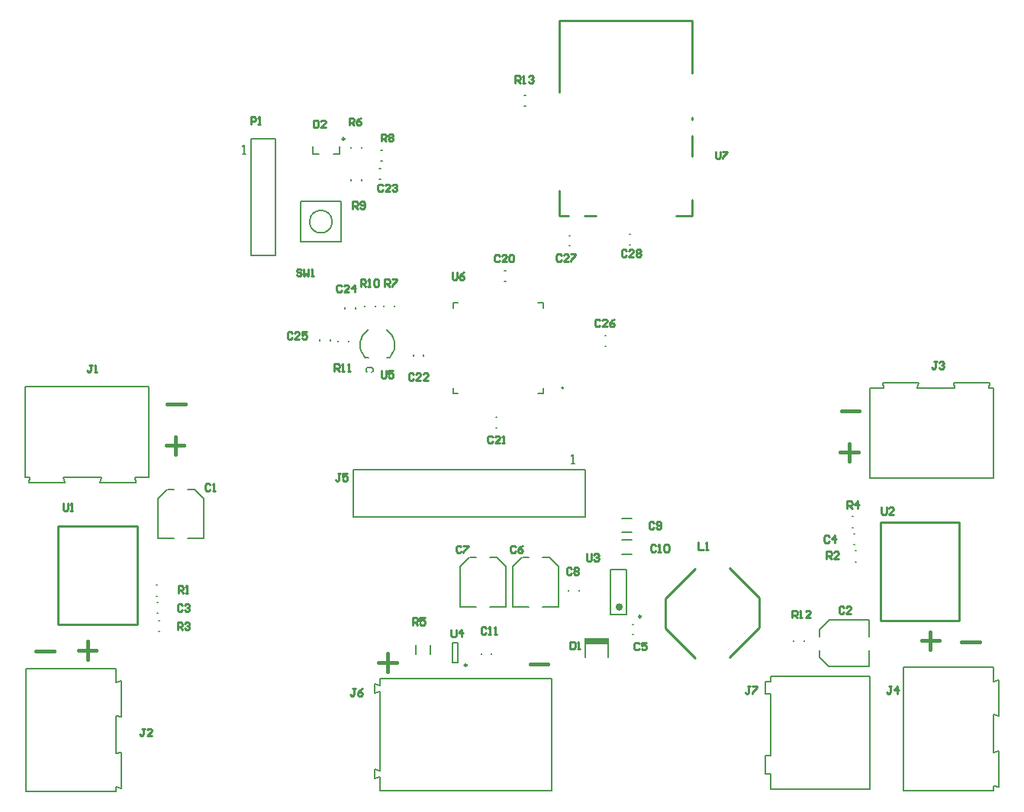
<source format=gbr>
%TF.GenerationSoftware,Altium Limited,Altium Designer,18.1.9 (240)*%
G04 Layer_Color=65535*
%FSLAX43Y43*%
%MOMM*%
%TF.FileFunction,Legend,Top*%
%TF.Part,Single*%
G01*
G75*
%TA.AperFunction,NonConductor*%
%ADD36C,0.254*%
%ADD52C,0.127*%
%ADD53C,0.250*%
%ADD54C,0.200*%
%ADD55C,0.400*%
%ADD56C,0.203*%
%ADD57C,0.152*%
G36*
X65627Y17836D02*
Y17161D01*
X63177D01*
Y17836D01*
X65627D01*
D02*
G37*
D36*
X4659Y19362D02*
X13419D01*
X4659Y30284D02*
X13419D01*
X4659Y19364D02*
Y30284D01*
X13419Y19364D02*
Y30284D01*
X75035Y75391D02*
Y75645D01*
X60303Y78439D02*
Y86443D01*
X75033D01*
Y80598D02*
Y86443D01*
Y73613D02*
X75035Y71327D01*
X75033Y64723D02*
Y66501D01*
X73257Y64723D02*
X75035D01*
X63097D02*
X64367D01*
X60303D02*
Y67517D01*
Y64723D02*
X61319D01*
X72009Y18919D02*
Y22221D01*
Y18919D02*
X75311Y15617D01*
X72009Y22221D02*
X75311Y25523D01*
X79121Y25650D02*
X82423Y22348D01*
X79121Y15744D02*
X82423Y19046D01*
Y22348D01*
X95888Y19754D02*
Y30674D01*
X104648Y19754D02*
Y30674D01*
X95888Y19754D02*
X104648D01*
X95888Y30676D02*
X104648D01*
X64770Y53092D02*
X64636Y53225D01*
X64370D01*
X64237Y53092D01*
Y52559D01*
X64370Y52426D01*
X64636D01*
X64770Y52559D01*
X65570Y52426D02*
X65036D01*
X65570Y52959D01*
Y53092D01*
X65436Y53225D01*
X65170D01*
X65036Y53092D01*
X66369Y53225D02*
X66103Y53092D01*
X65836Y52825D01*
Y52559D01*
X65969Y52426D01*
X66236D01*
X66369Y52559D01*
Y52692D01*
X66236Y52825D01*
X65836D01*
X77597Y71884D02*
Y71217D01*
X77730Y71084D01*
X77997D01*
X78130Y71217D01*
Y71884D01*
X78397D02*
X78930D01*
Y71751D01*
X78397Y71217D01*
Y71084D01*
X40513Y47536D02*
Y46869D01*
X40646Y46736D01*
X40913D01*
X41046Y46869D01*
Y47536D01*
X41846D02*
X41313D01*
Y47136D01*
X41579Y47269D01*
X41713D01*
X41846Y47136D01*
Y46869D01*
X41713Y46736D01*
X41446D01*
X41313Y46869D01*
X61468Y17437D02*
Y16637D01*
X61868D01*
X62001Y16770D01*
Y17303D01*
X61868Y17437D01*
X61468D01*
X62268Y16637D02*
X62534D01*
X62401D01*
Y17437D01*
X62268Y17303D01*
X48260Y18786D02*
Y18119D01*
X48393Y17986D01*
X48660D01*
X48793Y18119D01*
Y18786D01*
X49460Y17986D02*
Y18786D01*
X49060Y18386D01*
X49593D01*
X37617Y12230D02*
X37351D01*
X37484D01*
Y11563D01*
X37351Y11430D01*
X37217D01*
X37084Y11563D01*
X38417Y12230D02*
X38150Y12096D01*
X37884Y11830D01*
Y11563D01*
X38017Y11430D01*
X38284D01*
X38417Y11563D01*
Y11697D01*
X38284Y11830D01*
X37884D01*
X35966Y36106D02*
X35700D01*
X35833D01*
Y35439D01*
X35700Y35306D01*
X35566D01*
X35433Y35439D01*
X36766Y36106D02*
X36233D01*
Y35706D01*
X36499Y35839D01*
X36633D01*
X36766Y35706D01*
Y35439D01*
X36633Y35306D01*
X36366D01*
X36233Y35439D01*
X75692Y28486D02*
Y27686D01*
X76225D01*
X76492D02*
X76758D01*
X76625D01*
Y28486D01*
X76492Y28352D01*
X48387Y58458D02*
Y57791D01*
X48520Y57658D01*
X48787D01*
X48920Y57791D01*
Y58458D01*
X49720D02*
X49453Y58324D01*
X49187Y58058D01*
Y57791D01*
X49320Y57658D01*
X49587D01*
X49720Y57791D01*
Y57925D01*
X49587Y58058D01*
X49187D01*
X63297Y27216D02*
Y26549D01*
X63430Y26416D01*
X63697D01*
X63830Y26549D01*
Y27216D01*
X64097Y27082D02*
X64230Y27216D01*
X64497D01*
X64630Y27082D01*
Y26949D01*
X64497Y26816D01*
X64363D01*
X64497D01*
X64630Y26683D01*
Y26549D01*
X64497Y26416D01*
X64230D01*
X64097Y26549D01*
X96012Y32372D02*
Y31705D01*
X96145Y31572D01*
X96412D01*
X96545Y31705D01*
Y32372D01*
X97345Y31572D02*
X96812D01*
X97345Y32105D01*
Y32239D01*
X97212Y32372D01*
X96945D01*
X96812Y32239D01*
X5207Y32804D02*
Y32137D01*
X5340Y32004D01*
X5607D01*
X5740Y32137D01*
Y32804D01*
X6007Y32004D02*
X6273D01*
X6140D01*
Y32804D01*
X6007Y32670D01*
X31648Y58705D02*
X31515Y58839D01*
X31248D01*
X31115Y58705D01*
Y58572D01*
X31248Y58439D01*
X31515D01*
X31648Y58306D01*
Y58172D01*
X31515Y58039D01*
X31248D01*
X31115Y58172D01*
X31915Y58839D02*
Y58039D01*
X32181Y58306D01*
X32448Y58039D01*
Y58839D01*
X32714Y58039D02*
X32981D01*
X32848D01*
Y58839D01*
X32714Y58705D01*
X55372Y79502D02*
Y80302D01*
X55772D01*
X55905Y80168D01*
Y79902D01*
X55772Y79769D01*
X55372D01*
X55639D02*
X55905Y79502D01*
X56172D02*
X56438D01*
X56305D01*
Y80302D01*
X56172Y80168D01*
X56838D02*
X56971Y80302D01*
X57238D01*
X57371Y80168D01*
Y80035D01*
X57238Y79902D01*
X57105D01*
X57238D01*
X57371Y79769D01*
Y79635D01*
X57238Y79502D01*
X56971D01*
X56838Y79635D01*
X86106Y20091D02*
Y20891D01*
X86506D01*
X86639Y20758D01*
Y20491D01*
X86506Y20358D01*
X86106D01*
X86373D02*
X86639Y20091D01*
X86906D02*
X87172D01*
X87039D01*
Y20891D01*
X86906Y20758D01*
X88105Y20091D02*
X87572D01*
X88105Y20625D01*
Y20758D01*
X87972Y20891D01*
X87705D01*
X87572Y20758D01*
X35306Y47498D02*
Y48298D01*
X35706D01*
X35839Y48164D01*
Y47898D01*
X35706Y47765D01*
X35306D01*
X35573D02*
X35839Y47498D01*
X36106D02*
X36372D01*
X36239D01*
Y48298D01*
X36106Y48164D01*
X36772Y47498D02*
X37039D01*
X36905D01*
Y48298D01*
X36772Y48164D01*
X38227Y56896D02*
Y57696D01*
X38627D01*
X38760Y57562D01*
Y57296D01*
X38627Y57163D01*
X38227D01*
X38494D02*
X38760Y56896D01*
X39027D02*
X39293D01*
X39160D01*
Y57696D01*
X39027Y57562D01*
X39693D02*
X39826Y57696D01*
X40093D01*
X40226Y57562D01*
Y57029D01*
X40093Y56896D01*
X39826D01*
X39693Y57029D01*
Y57562D01*
X37338Y65532D02*
Y66332D01*
X37738D01*
X37871Y66198D01*
Y65932D01*
X37738Y65799D01*
X37338D01*
X37605D02*
X37871Y65532D01*
X38138Y65665D02*
X38271Y65532D01*
X38538D01*
X38671Y65665D01*
Y66198D01*
X38538Y66332D01*
X38271D01*
X38138Y66198D01*
Y66065D01*
X38271Y65932D01*
X38671D01*
X40513Y73025D02*
Y73825D01*
X40913D01*
X41046Y73691D01*
Y73425D01*
X40913Y73292D01*
X40513D01*
X40780D02*
X41046Y73025D01*
X41313Y73691D02*
X41446Y73825D01*
X41713D01*
X41846Y73691D01*
Y73558D01*
X41713Y73425D01*
X41846Y73292D01*
Y73158D01*
X41713Y73025D01*
X41446D01*
X41313Y73158D01*
Y73292D01*
X41446Y73425D01*
X41313Y73558D01*
Y73691D01*
X41446Y73425D02*
X41713D01*
X40894Y56896D02*
Y57696D01*
X41294D01*
X41427Y57562D01*
Y57296D01*
X41294Y57163D01*
X40894D01*
X41161D02*
X41427Y56896D01*
X41694Y57696D02*
X42227D01*
Y57562D01*
X41694Y57029D01*
Y56896D01*
X36957Y74803D02*
Y75603D01*
X37357D01*
X37490Y75469D01*
Y75203D01*
X37357Y75070D01*
X36957D01*
X37224D02*
X37490Y74803D01*
X38290Y75603D02*
X38023Y75469D01*
X37757Y75203D01*
Y74936D01*
X37890Y74803D01*
X38157D01*
X38290Y74936D01*
Y75070D01*
X38157Y75203D01*
X37757D01*
X43997Y19304D02*
Y20104D01*
X44397D01*
X44530Y19970D01*
Y19704D01*
X44397Y19571D01*
X43997D01*
X44264D02*
X44530Y19304D01*
X45330Y20104D02*
X44797D01*
Y19704D01*
X45063Y19837D01*
X45197D01*
X45330Y19704D01*
Y19437D01*
X45197Y19304D01*
X44930D01*
X44797Y19437D01*
X92207Y32258D02*
Y33058D01*
X92607D01*
X92740Y32924D01*
Y32658D01*
X92607Y32525D01*
X92207D01*
X92474D02*
X92740Y32258D01*
X93407D02*
Y33058D01*
X93007Y32658D01*
X93540D01*
X17907Y18796D02*
Y19596D01*
X18307D01*
X18440Y19462D01*
Y19196D01*
X18307Y19063D01*
X17907D01*
X18174D02*
X18440Y18796D01*
X18707Y19462D02*
X18840Y19596D01*
X19107D01*
X19240Y19462D01*
Y19329D01*
X19107Y19196D01*
X18973D01*
X19107D01*
X19240Y19063D01*
Y18929D01*
X19107Y18796D01*
X18840D01*
X18707Y18929D01*
X89916Y26670D02*
Y27470D01*
X90316D01*
X90449Y27336D01*
Y27070D01*
X90316Y26937D01*
X89916D01*
X90183D02*
X90449Y26670D01*
X91249D02*
X90716D01*
X91249Y27203D01*
Y27336D01*
X91116Y27470D01*
X90849D01*
X90716Y27336D01*
X17994Y22860D02*
Y23660D01*
X18394D01*
X18527Y23526D01*
Y23260D01*
X18394Y23127D01*
X17994D01*
X18261D02*
X18527Y22860D01*
X18794D02*
X19060D01*
X18927D01*
Y23660D01*
X18794Y23526D01*
X26035Y74930D02*
Y75730D01*
X26435D01*
X26568Y75596D01*
Y75330D01*
X26435Y75197D01*
X26035D01*
X26835Y74930D02*
X27101D01*
X26968D01*
Y75730D01*
X26835Y75596D01*
X81432Y12484D02*
X81166D01*
X81299D01*
Y11817D01*
X81166Y11684D01*
X81032D01*
X80899Y11817D01*
X81699Y12484D02*
X82232D01*
Y12350D01*
X81699Y11817D01*
Y11684D01*
X97128Y12484D02*
X96861D01*
X96994D01*
Y11817D01*
X96861Y11684D01*
X96728D01*
X96595Y11817D01*
X97794Y11684D02*
Y12484D01*
X97394Y12084D01*
X97927D01*
X102133Y48552D02*
X101867D01*
X102000D01*
Y47885D01*
X101867Y47752D01*
X101733D01*
X101600Y47885D01*
X102400Y48418D02*
X102533Y48552D01*
X102800D01*
X102933Y48418D01*
Y48285D01*
X102800Y48152D01*
X102666D01*
X102800D01*
X102933Y48019D01*
Y47885D01*
X102800Y47752D01*
X102533D01*
X102400Y47885D01*
X14249Y7785D02*
X13983D01*
X14116D01*
Y7118D01*
X13983Y6985D01*
X13849D01*
X13716Y7118D01*
X15049Y6985D02*
X14516D01*
X15049Y7518D01*
Y7651D01*
X14916Y7785D01*
X14649D01*
X14516Y7651D01*
X8407Y48171D02*
X8141D01*
X8274D01*
Y47504D01*
X8141Y47371D01*
X8007D01*
X7874Y47504D01*
X8674Y47371D02*
X8940D01*
X8807D01*
Y48171D01*
X8674Y48037D01*
X33004Y75349D02*
Y74549D01*
X33404D01*
X33537Y74682D01*
Y75215D01*
X33404Y75349D01*
X33004D01*
X34337Y74549D02*
X33804D01*
X34337Y75082D01*
Y75215D01*
X34204Y75349D01*
X33937D01*
X33804Y75215D01*
X67716Y60864D02*
X67583Y60998D01*
X67316D01*
X67183Y60864D01*
Y60331D01*
X67316Y60198D01*
X67583D01*
X67716Y60331D01*
X68516Y60198D02*
X67983D01*
X68516Y60731D01*
Y60864D01*
X68383Y60998D01*
X68116D01*
X67983Y60864D01*
X68782D02*
X68916Y60998D01*
X69182D01*
X69316Y60864D01*
Y60731D01*
X69182Y60598D01*
X69316Y60465D01*
Y60331D01*
X69182Y60198D01*
X68916D01*
X68782Y60331D01*
Y60465D01*
X68916Y60598D01*
X68782Y60731D01*
Y60864D01*
X68916Y60598D02*
X69182D01*
X60477Y60356D02*
X60344Y60490D01*
X60077D01*
X59944Y60356D01*
Y59823D01*
X60077Y59690D01*
X60344D01*
X60477Y59823D01*
X61277Y59690D02*
X60744D01*
X61277Y60223D01*
Y60356D01*
X61144Y60490D01*
X60877D01*
X60744Y60356D01*
X61543Y60490D02*
X62077D01*
Y60356D01*
X61543Y59823D01*
Y59690D01*
X30632Y51720D02*
X30499Y51854D01*
X30232D01*
X30099Y51720D01*
Y51187D01*
X30232Y51054D01*
X30499D01*
X30632Y51187D01*
X31432Y51054D02*
X30899D01*
X31432Y51587D01*
Y51720D01*
X31299Y51854D01*
X31032D01*
X30899Y51720D01*
X32232Y51854D02*
X31698D01*
Y51454D01*
X31965Y51587D01*
X32098D01*
X32232Y51454D01*
Y51187D01*
X32098Y51054D01*
X31832D01*
X31698Y51187D01*
X36093Y56927D02*
X35960Y57061D01*
X35693D01*
X35560Y56927D01*
Y56394D01*
X35693Y56261D01*
X35960D01*
X36093Y56394D01*
X36893Y56261D02*
X36360D01*
X36893Y56794D01*
Y56927D01*
X36760Y57061D01*
X36493D01*
X36360Y56927D01*
X37559Y56261D02*
Y57061D01*
X37159Y56661D01*
X37693D01*
X40665Y68103D02*
X40532Y68237D01*
X40265D01*
X40132Y68103D01*
Y67570D01*
X40265Y67437D01*
X40532D01*
X40665Y67570D01*
X41465Y67437D02*
X40932D01*
X41465Y67970D01*
Y68103D01*
X41332Y68237D01*
X41065D01*
X40932Y68103D01*
X41731D02*
X41865Y68237D01*
X42131D01*
X42265Y68103D01*
Y67970D01*
X42131Y67837D01*
X41998D01*
X42131D01*
X42265Y67704D01*
Y67570D01*
X42131Y67437D01*
X41865D01*
X41731Y67570D01*
X44094Y47148D02*
X43961Y47282D01*
X43694D01*
X43561Y47148D01*
Y46615D01*
X43694Y46482D01*
X43961D01*
X44094Y46615D01*
X44894Y46482D02*
X44361D01*
X44894Y47015D01*
Y47148D01*
X44761Y47282D01*
X44494D01*
X44361Y47148D01*
X45694Y46482D02*
X45160D01*
X45694Y47015D01*
Y47148D01*
X45560Y47282D01*
X45294D01*
X45160Y47148D01*
X52857Y40163D02*
X52724Y40297D01*
X52457D01*
X52324Y40163D01*
Y39630D01*
X52457Y39497D01*
X52724D01*
X52857Y39630D01*
X53657Y39497D02*
X53124D01*
X53657Y40030D01*
Y40163D01*
X53524Y40297D01*
X53257D01*
X53124Y40163D01*
X53923Y39497D02*
X54190D01*
X54057D01*
Y40297D01*
X53923Y40163D01*
X53619Y60280D02*
X53486Y60414D01*
X53219D01*
X53086Y60280D01*
Y59747D01*
X53219Y59614D01*
X53486D01*
X53619Y59747D01*
X54419Y59614D02*
X53886D01*
X54419Y60147D01*
Y60280D01*
X54286Y60414D01*
X54019D01*
X53886Y60280D01*
X54685D02*
X54819Y60414D01*
X55085D01*
X55219Y60280D01*
Y59747D01*
X55085Y59614D01*
X54819D01*
X54685Y59747D01*
Y60280D01*
X70959Y28098D02*
X70826Y28232D01*
X70559D01*
X70426Y28098D01*
Y27565D01*
X70559Y27432D01*
X70826D01*
X70959Y27565D01*
X71226Y27432D02*
X71492D01*
X71359D01*
Y28232D01*
X71226Y28098D01*
X71892D02*
X72025Y28232D01*
X72292D01*
X72425Y28098D01*
Y27565D01*
X72292Y27432D01*
X72025D01*
X71892Y27565D01*
Y28098D01*
X70764Y30638D02*
X70631Y30772D01*
X70364D01*
X70231Y30638D01*
Y30105D01*
X70364Y29972D01*
X70631D01*
X70764Y30105D01*
X71031D02*
X71164Y29972D01*
X71431D01*
X71564Y30105D01*
Y30638D01*
X71431Y30772D01*
X71164D01*
X71031Y30638D01*
Y30505D01*
X71164Y30372D01*
X71564D01*
X61620Y25558D02*
X61487Y25692D01*
X61220D01*
X61087Y25558D01*
Y25025D01*
X61220Y24892D01*
X61487D01*
X61620Y25025D01*
X61887Y25558D02*
X62020Y25692D01*
X62287D01*
X62420Y25558D01*
Y25425D01*
X62287Y25292D01*
X62420Y25159D01*
Y25025D01*
X62287Y24892D01*
X62020D01*
X61887Y25025D01*
Y25159D01*
X62020Y25292D01*
X61887Y25425D01*
Y25558D01*
X62020Y25292D02*
X62287D01*
X49371Y27971D02*
X49238Y28105D01*
X48971D01*
X48838Y27971D01*
Y27438D01*
X48971Y27305D01*
X49238D01*
X49371Y27438D01*
X49638Y28105D02*
X50171D01*
Y27971D01*
X49638Y27438D01*
Y27305D01*
X55397Y27971D02*
X55264Y28105D01*
X54997D01*
X54864Y27971D01*
Y27438D01*
X54997Y27305D01*
X55264D01*
X55397Y27438D01*
X56197Y28105D02*
X55930Y27971D01*
X55664Y27705D01*
Y27438D01*
X55797Y27305D01*
X56064D01*
X56197Y27438D01*
Y27572D01*
X56064Y27705D01*
X55664D01*
X91846Y21240D02*
X91713Y21374D01*
X91446D01*
X91313Y21240D01*
Y20707D01*
X91446Y20574D01*
X91713D01*
X91846Y20707D01*
X92646Y20574D02*
X92113D01*
X92646Y21107D01*
Y21240D01*
X92513Y21374D01*
X92246D01*
X92113Y21240D01*
X52121Y18929D02*
X51987Y19062D01*
X51721D01*
X51587Y18929D01*
Y18396D01*
X51721Y18263D01*
X51987D01*
X52121Y18396D01*
X52387Y18263D02*
X52654D01*
X52520D01*
Y19062D01*
X52387Y18929D01*
X53054Y18263D02*
X53320D01*
X53187D01*
Y19062D01*
X53054Y18929D01*
X21528Y34848D02*
X21395Y34982D01*
X21128D01*
X20995Y34848D01*
Y34315D01*
X21128Y34182D01*
X21395D01*
X21528Y34315D01*
X21795Y34182D02*
X22061D01*
X21928D01*
Y34982D01*
X21795Y34848D01*
X69113Y17207D02*
X68980Y17340D01*
X68713D01*
X68580Y17207D01*
Y16674D01*
X68713Y16541D01*
X68980D01*
X69113Y16674D01*
X69913Y17340D02*
X69380D01*
Y16941D01*
X69646Y17074D01*
X69780D01*
X69913Y16941D01*
Y16674D01*
X69780Y16541D01*
X69513D01*
X69380Y16674D01*
X90195Y29114D02*
X90062Y29248D01*
X89795D01*
X89662Y29114D01*
Y28581D01*
X89795Y28448D01*
X90062D01*
X90195Y28581D01*
X90862Y28448D02*
Y29248D01*
X90462Y28848D01*
X90995D01*
X18440Y21494D02*
X18307Y21628D01*
X18040D01*
X17907Y21494D01*
Y20961D01*
X18040Y20828D01*
X18307D01*
X18440Y20961D01*
X18707Y21494D02*
X18840Y21628D01*
X19107D01*
X19240Y21494D01*
Y21361D01*
X19107Y21228D01*
X18973D01*
X19107D01*
X19240Y21095D01*
Y20961D01*
X19107Y20828D01*
X18840D01*
X18707Y20961D01*
D52*
X35056Y64078D02*
G03*
X35056Y64078I-1250J0D01*
G01*
X31556Y61828D02*
X36056D01*
Y66328D01*
X31556D02*
X36056D01*
X31556Y61828D02*
Y66328D01*
X48455Y55038D02*
X48995D01*
X48455Y45038D02*
X48995D01*
X57915Y55038D02*
X58455D01*
X57915Y45038D02*
X58455D01*
X48455Y54498D02*
Y55038D01*
Y45038D02*
Y45578D01*
X58455Y54498D02*
Y55038D01*
Y45038D02*
Y45578D01*
D53*
X36442Y73263D02*
G03*
X36442Y73263I-125J0D01*
G01*
X49991Y14829D02*
G03*
X49991Y14829I-125J0D01*
G01*
X69327Y20232D02*
G03*
X69327Y20232I-125J0D01*
G01*
D54*
X39053Y52053D02*
G03*
X38696Y49013I1022J-1661D01*
G01*
X41518Y49080D02*
G03*
X41097Y52053I-1443J1312D01*
G01*
X60715Y45608D02*
G03*
X60715Y45608I-100J0D01*
G01*
X65355Y50263D02*
X65455D01*
X65355Y51413D02*
X65455D01*
X67165Y27140D02*
X68265D01*
X67165Y28740D02*
X68265D01*
X68369Y19371D02*
X68469D01*
X68369Y18221D02*
X68469D01*
X11096Y5030D02*
Y9230D01*
Y770D02*
Y1290D01*
Y5030D02*
X11696Y5150D01*
X11096Y1290D02*
X11696Y1170D01*
Y5150D01*
X11096Y12910D02*
Y14470D01*
Y12910D02*
X11696Y13060D01*
X11096Y9230D02*
X11696Y9080D01*
Y13060D01*
X1096Y770D02*
X11096D01*
X1096D02*
Y14470D01*
X11096D01*
X5269Y35727D02*
X9469D01*
X1009D02*
X1529D01*
X5269D02*
X5389Y35127D01*
X1409D02*
X1529Y35727D01*
X1409Y35127D02*
X5389D01*
X13149Y35727D02*
X14709D01*
X13149D02*
X13299Y35127D01*
X9319D02*
X9469Y35727D01*
X9319Y35127D02*
X13299D01*
X1009Y35727D02*
Y45727D01*
X14709D01*
Y35727D02*
Y45727D01*
X15741Y33339D02*
X15748Y33346D01*
X16764Y34362D01*
X16804Y34369D02*
X17526Y34366D01*
X19050D02*
X19772Y34369D01*
X19812Y34362D02*
X20828Y33346D01*
X20835Y33339D01*
X19050Y28901D02*
X20835D01*
Y33339D01*
X15741Y28901D02*
X17526D01*
X15741D02*
Y33339D01*
X32957Y71613D02*
X33617D01*
X32957D02*
Y72428D01*
X35217Y71613D02*
X35877D01*
Y72428D01*
X37143Y72283D02*
Y72383D01*
X38343Y72283D02*
Y72383D01*
X37143Y68661D02*
Y68761D01*
X38343Y68661D02*
Y68761D01*
X40487Y70844D02*
X40587D01*
X40487Y72044D02*
X40587D01*
X40322Y69987D02*
X40422D01*
X40322Y68837D02*
X40422D01*
X26087Y60302D02*
Y73302D01*
X28777D01*
Y60302D02*
Y73302D01*
X26087Y60302D02*
X28777D01*
X41433Y48995D02*
X41518Y49080D01*
X38696Y48995D02*
X39059D01*
X41091D02*
X41433D01*
X45222Y49188D02*
Y49288D01*
X44072Y49188D02*
Y49288D01*
X53233Y41208D02*
X53333D01*
X53233Y42358D02*
X53333D01*
X37442Y31309D02*
Y36539D01*
Y31309D02*
X63142D01*
X37442Y36539D02*
X63142D01*
Y31309D02*
Y36539D01*
X56399Y76947D02*
X56499D01*
X56399Y78147D02*
X56499D01*
X90170Y14732D02*
X90177Y14725D01*
X89154Y15748D02*
X90170Y14732D01*
X89147Y15788D02*
X89150Y16510D01*
X89147Y18756D02*
X89150Y18034D01*
X89154Y18796D02*
X90170Y19812D01*
X90177Y19819D01*
X94615Y18034D02*
Y19819D01*
X90177D02*
X94615D01*
Y14725D02*
Y16510D01*
X90177Y14725D02*
X94615D01*
X99958Y45600D02*
X104158D01*
X107898D02*
X108418D01*
X104038Y46200D02*
X104158Y45600D01*
X107898D02*
X108018Y46200D01*
X104038D02*
X108018D01*
X94718Y45600D02*
X96278D01*
X96128Y46200D02*
X96278Y45600D01*
X99958D02*
X100108Y46200D01*
X96128D02*
X100108D01*
X108418Y35600D02*
Y45600D01*
X94718Y35600D02*
X108418D01*
X94718D02*
Y45600D01*
X108418Y5142D02*
Y9342D01*
Y882D02*
Y1402D01*
Y5142D02*
X109018Y5262D01*
X108418Y1402D02*
X109018Y1282D01*
Y5262D01*
X108418Y13022D02*
Y14582D01*
Y13022D02*
X109018Y13172D01*
X108418Y9342D02*
X109018Y9192D01*
Y13172D01*
X98418Y882D02*
X108418D01*
X98418D02*
Y14582D01*
X108418D01*
X83121Y4771D02*
X83721D01*
X83121Y2721D02*
Y4771D01*
Y2721D02*
X83721D01*
X83121Y11621D02*
X83721D01*
X83121D02*
Y13021D01*
X83721D01*
X94721Y1021D02*
Y13621D01*
X83721Y1021D02*
X94721D01*
X83721Y13621D02*
X94721D01*
X83721Y13021D02*
Y13621D01*
Y4771D02*
Y11621D01*
Y1021D02*
Y2721D01*
X40391Y862D02*
X59431D01*
Y13362D01*
X40391D02*
X59431D01*
X39791Y11747D02*
Y12777D01*
Y11747D02*
X40391Y11922D01*
X39791Y12777D02*
X40391Y12602D01*
Y13362D01*
X39791Y2247D02*
Y3277D01*
Y2247D02*
X40391Y2422D01*
X39791Y3277D02*
X40391Y3102D01*
X40391Y862D02*
X40391Y2422D01*
Y3102D02*
Y11922D01*
X44385Y16036D02*
Y17036D01*
X45985Y16036D02*
Y17036D01*
X48441Y15129D02*
X49041D01*
X48441Y17329D02*
X49041D01*
Y15129D02*
Y17329D01*
X48441Y15129D02*
Y17329D01*
X49269Y25774D02*
X49276Y25781D01*
X50292Y26797D01*
X50332Y26804D02*
X51054Y26801D01*
X52578D02*
X53300Y26804D01*
X53340Y26797D02*
X54356Y25781D01*
X54363Y25774D01*
X52578Y21336D02*
X54363D01*
Y25774D01*
X49269Y21336D02*
X51054D01*
X49269D02*
Y25774D01*
X55111D02*
X55118Y25781D01*
X56134Y26797D01*
X56174Y26804D02*
X56896Y26801D01*
X58420D02*
X59142Y26804D01*
X59182Y26797D02*
X60198Y25781D01*
X60205Y25774D01*
X58420Y21336D02*
X60205D01*
Y25774D01*
X55111Y21336D02*
X56896D01*
X55111D02*
Y25774D01*
X62424Y23064D02*
Y23164D01*
X61274Y23064D02*
Y23164D01*
X67165Y29553D02*
X68265D01*
X67165Y31153D02*
X68265D01*
X40802Y54621D02*
Y54721D01*
X42002Y54621D02*
Y54721D01*
X39843Y54621D02*
Y54721D01*
X38643Y54621D02*
Y54721D01*
X36509Y54433D02*
Y54533D01*
X37659Y54433D02*
Y54533D01*
X68022Y62678D02*
X68122D01*
X68022Y61528D02*
X68122D01*
X61353Y61401D02*
X61453D01*
X61353Y62551D02*
X61453D01*
X35722Y50750D02*
Y50850D01*
X36922Y50750D02*
Y50850D01*
X34865Y50877D02*
Y50977D01*
X33715Y50877D02*
Y50977D01*
X15531Y22514D02*
X15631D01*
X15531Y23714D02*
X15631D01*
X15658Y20634D02*
X15758D01*
X15658Y21784D02*
X15758D01*
X92787Y31334D02*
X92887D01*
X92787Y30134D02*
X92887D01*
X92914Y28254D02*
X93014D01*
X92914Y29404D02*
X93014D01*
X93107Y27524D02*
X93207D01*
X93107Y26324D02*
X93207D01*
X15785Y18577D02*
X15885D01*
X15785Y19777D02*
X15885D01*
X67702Y20487D02*
Y25487D01*
X65902Y20487D02*
Y25487D01*
Y20487D02*
X67702D01*
X65902Y25487D02*
X67702D01*
X54205Y57464D02*
X54305D01*
X54205Y58614D02*
X54305D01*
X52745Y16029D02*
Y16129D01*
X51595Y16029D02*
Y16129D01*
X86221Y17497D02*
Y17597D01*
X87421Y17497D02*
Y17597D01*
D55*
X67102Y21287D02*
G03*
X67102Y21287I-200J0D01*
G01*
X41213Y16129D02*
Y14130D01*
X42213Y15129D02*
X40213D01*
X57023Y14962D02*
X59022D01*
X16637Y39219D02*
X18636D01*
X17637Y40218D02*
Y38219D01*
X16764Y43791D02*
X18763D01*
X7898Y15494D02*
Y17493D01*
X6899Y16494D02*
X8898D01*
X4191Y16407D02*
X2192D01*
X101449Y18542D02*
Y16543D01*
X102448Y17542D02*
X100449D01*
X104902Y17375D02*
X106901D01*
X91567Y43029D02*
X93566D01*
X91440Y38457D02*
X93439D01*
X92440Y39456D02*
Y37457D01*
D56*
X63102Y15746D02*
Y17806D01*
X65702Y15746D02*
Y17806D01*
D57*
X25146Y71628D02*
X25485D01*
X25315D01*
Y72644D01*
X25146Y72474D01*
X39440Y47344D02*
X39567Y47471D01*
Y47725D01*
X39440Y47852D01*
X38932D01*
X38805Y47725D01*
Y47471D01*
X38932Y47344D01*
X61595Y37211D02*
X61934D01*
X61764D01*
Y38227D01*
X61595Y38057D01*
%TF.MD5,37d7201476dffb20fb5f66591dc0a9ad*%
M02*

</source>
